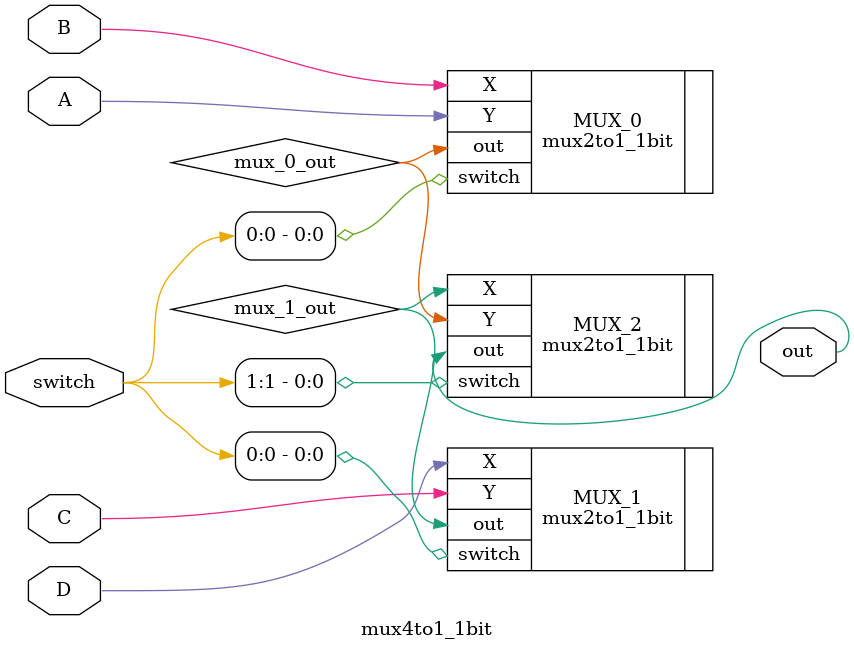
<source format=v>
`timescale 1ns / 1ps
`default_nettype none //helps catch typo-related bugs
module mux4to1_1bit(A,B,C,D,switch,out);

	//parameter definitions
	parameter Q = 1;

	//port definitions - customize for different bit widths
	input wire [Q-1:0] A, B, C, D;
	input wire [1:0] switch;
	output wire [Q-1:0] out;

	wire [Q-1:0] mux_0_out, mux_1_out;
	mux2to1_1bit MUX_0 (.X(B), .Y(A), .switch(switch[0]), .out(mux_0_out));
	mux2to1_1bit MUX_1 (.X(D), .Y(C), .switch(switch[0]), .out(mux_1_out));
	mux2to1_1bit MUX_2 (.X(mux_1_out), .Y(mux_0_out), .switch(switch[1]), .out(out));

endmodule
`default_nettype wire //some Xilinx IP requires that the default_nettype be set to wire

</source>
